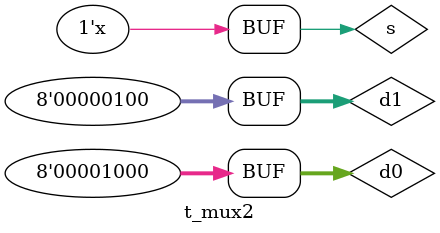
<source format=v>
`timescale 1ns / 1ps

module t_mux2( );
  reg s;
  reg [7:0] d0, d1; // parameter is adjustable
  wire [7:0] y;
  
  mux2 #(8) test(d0, d1, s, y);
  
  initial begin
    d0 = 8;
    d1 = 4;
    s = 0;
  end
  
  always begin
    #20
    s = ~s;
  end
endmodule

</source>
